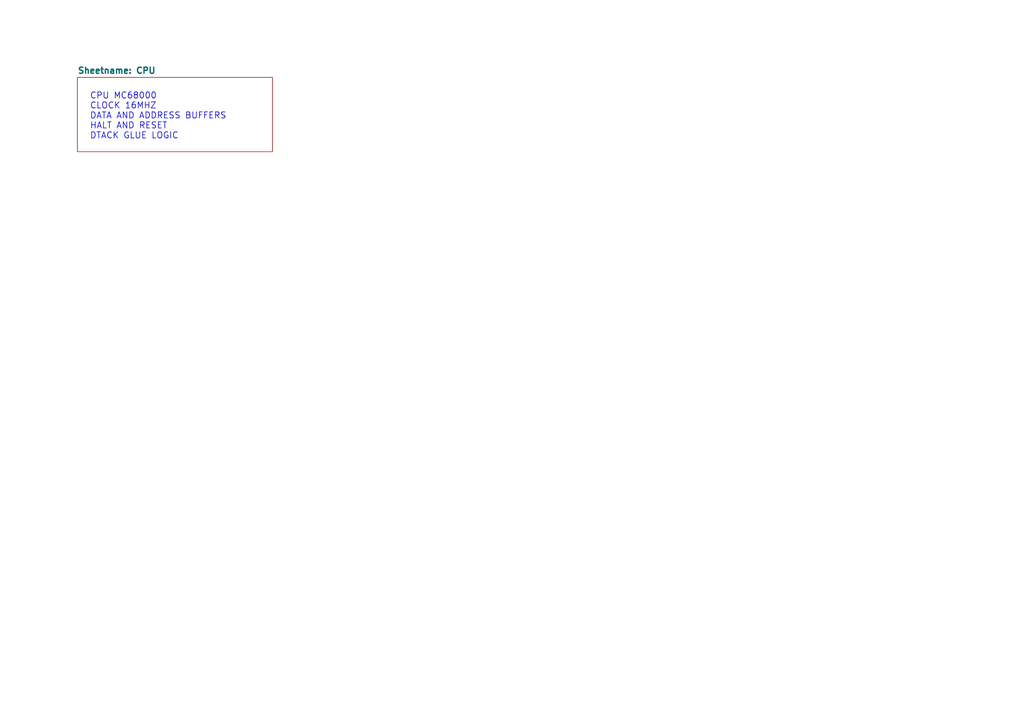
<source format=kicad_sch>
(kicad_sch (version 20230121) (generator eeschema)
  (paper "A3")
  (lib_symbols)
  (text "CPU MC68000 \nCLOCK 16MHZ\nDATA AND ADDRESS BUFFERS\nHALT AND RESET\nDTACK GLUE LOGIC\n" (at 36.83 57.15 0) (effects (font (size 2.54 2.54) (thickness 0.254) bold) (justify left bottom)))
  (sheet (at 31.75 31.75) (size 80.01 30.48) (stroke (width 0.1524))
    (property "Sheetname" "CPU" (at 31.75 30.4034 0) (show_name) (effects (font (size 2.54 2.54) bold) (justify left bottom)))
    (property "Sheetfile" "cpu.kicad_sch" (effects hide))
  )
)
</source>
